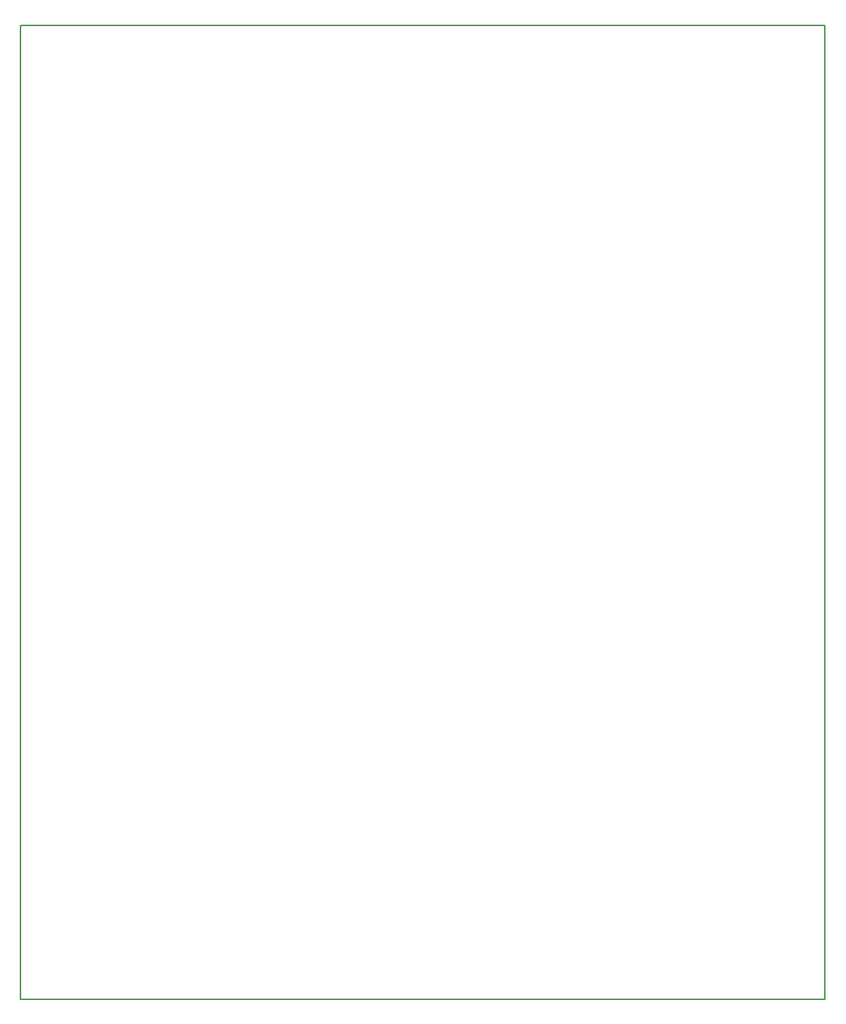
<source format=gbr>
%TF.GenerationSoftware,KiCad,Pcbnew,5.1.10-88a1d61d58~88~ubuntu20.04.1*%
%TF.CreationDate,2021-06-28T20:02:01+10:00*%
%TF.ProjectId,LaserPID,4c617365-7250-4494-942e-6b696361645f,rev?*%
%TF.SameCoordinates,Original*%
%TF.FileFunction,Profile,NP*%
%FSLAX46Y46*%
G04 Gerber Fmt 4.6, Leading zero omitted, Abs format (unit mm)*
G04 Created by KiCad (PCBNEW 5.1.10-88a1d61d58~88~ubuntu20.04.1) date 2021-06-28 20:02:01*
%MOMM*%
%LPD*%
G01*
G04 APERTURE LIST*
%TA.AperFunction,Profile*%
%ADD10C,0.150000*%
%TD*%
G04 APERTURE END LIST*
D10*
X746760000Y-19050000D02*
X843280000Y-19050000D01*
X843280000Y-135890000D02*
X843280000Y-19050000D01*
X746760000Y-135890000D02*
X843280000Y-135890000D01*
X746760000Y-19050000D02*
X746760000Y-135890000D01*
M02*

</source>
